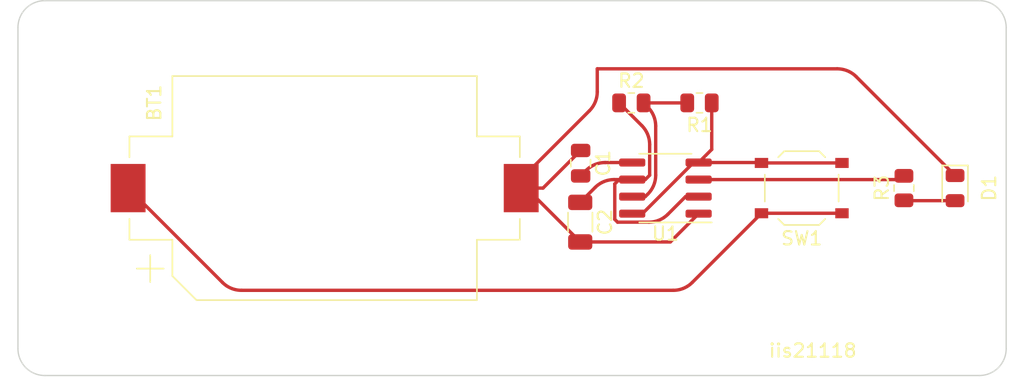
<source format=kicad_pcb>
(kicad_pcb (version 20221018) (generator pcbnew)
  (layers (0 "F.Cu" signal) (31 "B.Cu" signal) (34 "B.Paste" user) (35 "F.Paste" user) (36 "B.SilkS" user "B.Silkscreen") (37 "F.SilkS" user "F.Silkscreen") (38 "B.Mask" user) (39 "F.Mask" user) (44 "Edge.Cuts" user))
  (net 0 "")
  (net 1 "Net-(BT1-+)")
  (net 2 "GND")
  (net 3 "Net-(U1-CV)")
  (net 4 "/THRESHOLD")
  (net 5 "Net-(D1-A)")
  (net 6 "VCC")
  (net 7 "/DISCHARGE")
  (net 8 "Net-(U1-Q)")
  (footprint "MountingHole:MountingHole_3.2mm_M3" (layer "F.Cu") (at 157.48 106.68)
    (fp_text reference "H4" hide)
    (fp_text value "MountingHole")
    (pad "" np_thru_hole circle (at 0 0) (size 3.2 3.2) (drill 3.2) (layers "*.Cu" "*.Mask"))
  )
  (footprint "Capacitor_SMD:C_1206_3216Metric" (layer "F.Cu") (at 129.54 99.06 -90)
    (fp_text reference "C2" (at 0 -1.85 90) (layer "F.SilkS"))
    (fp_text value "C")
    (fp_line (start -0.711252 -0.91) (end 0.711252 -0.91) (stroke (width 0.12)) (layer "F.SilkS"))
    (fp_line (start -0.711252 0.91) (end 0.711252 0.91) (stroke (width 0.12)) (layer "F.SilkS"))
    (pad "1" smd roundrect (at -1.475 0 270) (size 1.15 1.8) (layers "F.Cu" "F.Paste" "F.Mask") (roundrect_rratio 0.2173913043) (net 4 "/THRESHOLD"))
    (pad "2" smd roundrect (at 1.475 0 270) (size 1.15 1.8) (layers "F.Cu" "F.Paste" "F.Mask") (roundrect_rratio 0.2173913043) (net 2 "GND"))
  )
  (footprint "Resistor_SMD:R_0805_2012Metric" (layer "F.Cu") (at 133.35 90.17)
    (fp_text reference "R2" (at 0 -1.65) (layer "F.SilkS"))
    (fp_text value "43K")
    (fp_line (start -0.227064 -0.735) (end 0.227064 -0.735) (stroke (width 0.12)) (layer "F.SilkS"))
    (fp_line (start -0.227064 0.735) (end 0.227064 0.735) (stroke (width 0.12)) (layer "F.SilkS"))
    (pad "1" smd roundrect (at -0.9125 0) (size 1.025 1.4) (layers "F.Cu" "F.Paste" "F.Mask") (roundrect_rratio 0.243902439) (net 4 "/THRESHOLD"))
    (pad "2" smd roundrect (at 0.9125 0) (size 1.025 1.4) (layers "F.Cu" "F.Paste" "F.Mask") (roundrect_rratio 0.243902439) (net 7 "/DISCHARGE"))
  )
  (footprint "MountingHole:MountingHole_3.2mm_M3" (layer "F.Cu") (at 91.44 106.68)
    (fp_text reference "H2" hide)
    (fp_text value "MountingHole")
    (pad "" np_thru_hole circle (at 0 0) (size 3.2 3.2) (drill 3.2) (layers "*.Cu" "*.Mask"))
  )
  (footprint "Resistor_SMD:R_0805_2012Metric" (layer "F.Cu") (at 138.43 90.17 180)
    (fp_text reference "R1" (at 0 -1.65) (layer "F.SilkS"))
    (fp_text value "1K")
    (fp_line (start -0.227064 -0.735) (end 0.227064 -0.735) (stroke (width 0.12)) (layer "F.SilkS"))
    (fp_line (start -0.227064 0.735) (end 0.227064 0.735) (stroke (width 0.12)) (layer "F.SilkS"))
    (pad "1" smd roundrect (at -0.9125 0 180) (size 1.025 1.4) (layers "F.Cu" "F.Paste" "F.Mask") (roundrect_rratio 0.243902439) (net 6 "VCC"))
    (pad "2" smd roundrect (at 0.9125 0 180) (size 1.025 1.4) (layers "F.Cu" "F.Paste" "F.Mask") (roundrect_rratio 0.243902439) (net 7 "/DISCHARGE"))
  )
  (footprint "Capacitor_SMD:C_0805_2012Metric" (layer "F.Cu") (at 129.571441 94.664985 -90)
    (fp_text reference "C1" (at 0 -1.68 90) (layer "F.SilkS"))
    (fp_text value "10nF")
    (fp_line (start -0.261252 -0.735) (end 0.261252 -0.735) (stroke (width 0.12)) (layer "F.SilkS"))
    (fp_line (start -0.261252 0.735) (end 0.261252 0.735) (stroke (width 0.12)) (layer "F.SilkS"))
    (pad "1" smd roundrect (at -0.95 0 270) (size 1 1.45) (layers "F.Cu" "F.Paste" "F.Mask") (net 2 "GND"))
    (pad "2" smd roundrect (at 0.95 0 270) (size 1 1.45) (layers "F.Cu" "F.Paste" "F.Mask") (net 3 "Net-(U1-CV)"))
  )
  (footprint "LED_SMD:LED_0805_2012Metric" (layer "F.Cu") (at 157.48 96.52 -90)
    (fp_text reference "D1" (at 0 -2.54 90) (layer "F.SilkS"))
    (fp_text value "LED")
    (fp_line (start -1.685 -0.96) (end -1.685 0.96) (stroke (width 0.12)) (layer "F.SilkS"))
    (fp_line (start -1.685 0.96) (end 1 0.96) (stroke (width 0.12)) (layer "F.SilkS"))
    (fp_line (start 1 -0.96) (end -1.685 -0.96) (stroke (width 0.12)) (layer "F.SilkS"))
    (pad "1" smd roundrect (at -0.9375 0 270) (size 0.975 1.4) (layers "F.Cu" "F.Paste" "F.Mask") (net 2 "GND"))
    (pad "2" smd roundrect (at 0.9375 0 270) (size 0.975 1.4) (layers "F.Cu" "F.Paste" "F.Mask") (net 5 "Net-(D1-A)"))
  )
  (footprint "Button_Switch_SMD:SW_Push_1P1T_XKB_TS-1187A" (layer "F.Cu") (at 146.05 96.52 180)
    (fp_text reference "SW1" (at 0 -3.75) (layer "F.SilkS"))
    (fp_text value "Enable")
    (fp_line (start -2.75 -1) (end -2.75 1) (stroke (width 0.12)) (layer "F.SilkS"))
    (fp_line (start -1.75 -2.3) (end -1.3 -2.75) (stroke (width 0.12)) (layer "F.SilkS"))
    (fp_line (start -1.75 2.3) (end -1.3 2.75) (stroke (width 0.12)) (layer "F.SilkS"))
    (fp_line (start -1.3 -2.75) (end 1.3 -2.75) (stroke (width 0.12)) (layer "F.SilkS"))
    (fp_line (start -1.3 2.75) (end 1.3 2.75) (stroke (width 0.12)) (layer "F.SilkS"))
    (fp_line (start 1.75 -2.3) (end 1.3 -2.75) (stroke (width 0.12)) (layer "F.SilkS"))
    (fp_line (start 1.75 2.3) (end 1.3 2.75) (stroke (width 0.12)) (layer "F.SilkS"))
    (fp_line (start 2.75 -1) (end 2.75 1) (stroke (width 0.12)) (layer "F.SilkS"))
    (pad "1" smd rect (at -3 -1.875 180) (size 1 0.75) (layers "F.Cu" "F.Paste" "F.Mask") (net 1 "Net-(BT1-+)"))
    (pad "1" smd rect (at 3 -1.875 180) (size 1 0.75) (layers "F.Cu" "F.Paste" "F.Mask") (net 1 "Net-(BT1-+)"))
    (pad "2" smd rect (at -3 1.875 180) (size 1 0.75) (layers "F.Cu" "F.Paste" "F.Mask") (net 6 "VCC"))
    (pad "2" smd rect (at 3 1.875 180) (size 1 0.75) (layers "F.Cu" "F.Paste" "F.Mask") (net 6 "VCC"))
  )
  (footprint "Package_SO:SOIC-8_3.9x4.9mm_P1.27mm" (layer "F.Cu") (at 135.89 96.52 180)
    (fp_text reference "U1" (at 0 -3.4) (layer "F.SilkS"))
    (fp_text value "NE555D")
    (fp_line (start 0 -2.56) (end -3.45 -2.56) (stroke (width 0.12)) (layer "F.SilkS"))
    (fp_line (start 0 -2.56) (end 1.95 -2.56) (stroke (width 0.12)) (layer "F.SilkS"))
    (fp_line (start 0 2.56) (end -1.95 2.56) (stroke (width 0.12)) (layer "F.SilkS"))
    (fp_line (start 0 2.56) (end 1.95 2.56) (stroke (width 0.12)) (layer "F.SilkS"))
    (pad "1" smd roundrect (at -2.475 -1.905 180) (size 1.95 0.6) (layers "F.Cu" "F.Paste" "F.Mask") (net 2 "GND"))
    (pad "2" smd roundrect (at -2.475 -0.635 180) (size 1.95 0.6) (layers "F.Cu" "F.Paste" "F.Mask") (net 4 "/THRESHOLD"))
    (pad "3" smd roundrect (at -2.475 0.635 180) (size 1.95 0.6) (layers "F.Cu" "F.Paste" "F.Mask") (net 8 "Net-(U1-Q)"))
    (pad "4" smd roundrect (at -2.475 1.905 180) (size 1.95 0.6) (layers "F.Cu" "F.Paste" "F.Mask") (net 6 "VCC"))
    (pad "5" smd roundrect (at 2.475 1.905 180) (size 1.95 0.6) (layers "F.Cu" "F.Paste" "F.Mask") (net 3 "Net-(U1-CV)"))
    (pad "6" smd roundrect (at 2.475 0.635 180) (size 1.95 0.6) (layers "F.Cu" "F.Paste" "F.Mask") (net 4 "/THRESHOLD"))
    (pad "7" smd roundrect (at 2.475 -0.635 180) (size 1.95 0.6) (layers "F.Cu" "F.Paste" "F.Mask") (net 7 "/DISCHARGE"))
    (pad "8" smd roundrect (at 2.475 -1.905 180) (size 1.95 0.6) (layers "F.Cu" "F.Paste" "F.Mask") (net 6 "VCC"))
  )
  (footprint "Resistor_SMD:R_0805_2012Metric" (layer "F.Cu") (at 153.67 96.52 90)
    (fp_text reference "R3" (at 0 -1.65 90) (layer "F.SilkS"))
    (fp_text value "51R")
    (fp_line (start -0.227064 -0.735) (end 0.227064 -0.735) (stroke (width 0.12)) (layer "F.SilkS"))
    (fp_line (start -0.227064 0.735) (end 0.227064 0.735) (stroke (width 0.12)) (layer "F.SilkS"))
    (pad "1" smd roundrect (at -0.9125 0 90) (size 1.025 1.4) (layers "F.Cu" "F.Paste" "F.Mask") (roundrect_rratio 0.243902439) (net 5 "Net-(D1-A)"))
    (pad "2" smd roundrect (at 0.9125 0 90) (size 1.025 1.4) (layers "F.Cu" "F.Paste" "F.Mask") (roundrect_rratio 0.243902439) (net 8 "Net-(U1-Q)"))
  )
  (footprint "MountingHole:MountingHole_3.2mm_M3" (layer "F.Cu") (at 157.48 86.36)
    (fp_text reference "H3" hide)
    (fp_text value "MountingHole")
    (pad "" np_thru_hole circle (at 0 0) (size 3.2 3.2) (drill 3.2) (layers "*.Cu" "*.Mask"))
  )
  (footprint "Battery:BatteryHolder_Keystone_1060_1x2032" (layer "F.Cu") (at 110.49 96.52)
    (fp_text reference "BT1" (at -12.7 -6.35 -90) (layer "F.SilkS"))
    (fp_text value "CR2032")
    (fp_line (start -14.55 -3.85) (end -14.55 -2.3) (stroke (width 0.12)) (layer "F.SilkS"))
    (fp_line (start -14.55 3.85) (end -14.55 2.3) (stroke (width 0.12)) (layer "F.SilkS"))
    (fp_line (start -13 5) (end -13 7) (stroke (width 0.12)) (layer "F.SilkS"))
    (fp_line (start -12 6) (end -14 6) (stroke (width 0.12)) (layer "F.SilkS"))
    (fp_line (start -11.35 -8.35) (end -11.35 -3.85) (stroke (width 0.12)) (layer "F.SilkS"))
    (fp_line (start -11.35 -8.35) (end 11.35 -8.35) (stroke (width 0.12)) (layer "F.SilkS"))
    (fp_line (start -11.35 -3.85) (end -14.55 -3.85) (stroke (width 0.12)) (layer "F.SilkS"))
    (fp_line (start -11.35 3.85) (end -14.55 3.85) (stroke (width 0.12)) (layer "F.SilkS"))
    (fp_line (start -11.35 6.55) (end -11.35 3.85) (stroke (width 0.12)) (layer "F.SilkS"))
    (fp_line (start -9.55 8.35) (end -11.35 6.55) (stroke (width 0.12)) (layer "F.SilkS"))
    (fp_line (start 11.35 -8.35) (end 11.35 -3.85) (stroke (width 0.12)) (layer "F.SilkS"))
    (fp_line (start 11.35 -3.85) (end 14.55 -3.85) (stroke (width 0.12)) (layer "F.SilkS"))
    (fp_line (start 11.35 3.85) (end 14.55 3.85) (stroke (width 0.12)) (layer "F.SilkS"))
    (fp_line (start 11.35 8.35) (end -9.55 8.35) (stroke (width 0.12)) (layer "F.SilkS"))
    (fp_line (start 11.35 8.35) (end 11.35 3.85) (stroke (width 0.12)) (layer "F.SilkS"))
    (fp_line (start 14.55 -3.85) (end 14.55 -2.3) (stroke (width 0.12)) (layer "F.SilkS"))
    (fp_line (start 14.55 3.85) (end 14.55 2.3) (stroke (width 0.12)) (layer "F.SilkS"))
    (pad "1" smd rect (at -14.65 0 180) (size 2.6 3.6) (layers "F.Cu" "F.Paste" "F.Mask") (net 1 "Net-(BT1-+)"))
    (pad "2" smd rect (at 14.65 0 180) (size 2.6 3.6) (layers "F.Cu" "F.Paste" "F.Mask") (net 2 "GND"))
  )
  (footprint "MountingHole:MountingHole_3.2mm_M3" (layer "F.Cu") (at 91.44 86.36)
    (fp_text reference "H1" hide)
    (fp_text value "MountingHole")
    (pad "" np_thru_hole circle (at 0 0) (size 3.2 3.2) (drill 3.2) (layers "*.Cu" "*.Mask"))
  )
  (gr_line (start 87.63 108.49) (end 87.63 84.55) (stroke (width 0.1)) (layer "Edge.Cuts"))
  (gr_arc (start 161.29 108.49) (mid 160.704214 109.904214) (end 159.29 110.49) (stroke (width 0.1)) (layer "Edge.Cuts"))
  (gr_arc (start 89.63 110.49) (mid 88.215786 109.904214) (end 87.63 108.49) (stroke (width 0.1)) (layer "Edge.Cuts"))
  (gr_arc (start 159.29 82.55) (mid 160.704214 83.135786) (end 161.29 84.55) (stroke (width 0.1)) (layer "Edge.Cuts"))
  (gr_line (start 89.63 82.55) (end 159.29 82.55) (stroke (width 0.1)) (layer "Edge.Cuts"))
  (gr_line (start 159.29 110.49) (end 89.63 110.49) (stroke (width 0.1)) (layer "Edge.Cuts"))
  (gr_line (start 161.29 84.55) (end 161.29 108.49) (stroke (width 0.1)) (layer "Edge.Cuts"))
  (gr_arc (start 87.63 84.55) (mid 88.215786 83.135786) (end 89.63 82.55) (stroke (width 0.1)) (layer "Edge.Cuts"))
  (gr_text "iis21118" (at 143.51 109.22) (layer "F.SilkS") (effects (font (size 1 1)) (justify left bottom)))
  (segment (start 104.288427 104.14) (end 136.476573 104.14) (width 0.25) (layer "F.Cu") (net 1))
  (segment (start 137.890787 103.554213) (end 143.05 98.395) (width 0.25) (layer "F.Cu") (net 1))
  (segment (start 95.84 96.52) (end 102.874214 103.554214) (width 0.25) (layer "F.Cu") (net 1))
  (segment (start 143.05 98.395) (end 149.05 98.395) (width 0.25) (layer "F.Cu") (net 1))
  (arc (start 102.874214 103.554214) (mid 103.52306 103.987759) (end 104.288427 104.14) (width 0.25) (layer "F.Cu") (net 1))
  (arc (start 137.890787 103.554213) (mid 137.24194 103.987759) (end 136.476573 104.14) (width 0.25) (layer "F.Cu") (net 1))
  (segment (start 125.14 96.52) (end 125.14 95.84) (width 0.25) (layer "F.Cu") (net 2))
  (segment (start 150.113287 88.215787) (end 157.48 95.5825) (width 0.25) (layer "F.Cu") (net 2))
  (segment (start 125.525 96.52) (end 129.54 100.535) (width 0.25) (layer "F.Cu") (net 2))
  (segment (start 125.14 96.52) (end 126.766426 96.52) (width 0.25) (layer "F.Cu") (net 2))
  (segment (start 136.255 100.535) (end 138.365 98.425) (width 0.25) (layer "F.Cu") (net 2))
  (segment (start 130.81 89.341573) (end 130.81 87.63) (width 0.25) (layer "F.Cu") (net 2))
  (segment (start 126.766426 96.52) (end 129.571441 93.714985) (width 0.25) (layer "F.Cu") (net 2))
  (segment (start 129.54 100.535) (end 136.255 100.535) (width 0.25) (layer "F.Cu") (net 2))
  (segment (start 125.14 95.84) (end 130.224214 90.755786) (width 0.25) (layer "F.Cu") (net 2))
  (segment (start 125.14 96.52) (end 125.525 96.52) (width 0.25) (layer "F.Cu") (net 2))
  (segment (start 130.81 87.63) (end 148.699073 87.63) (width 0.25) (layer "F.Cu") (net 2))
  (arc (start 130.224214 90.755786) (mid 130.657759 90.10694) (end 130.81 89.341573) (width 0.25) (layer "F.Cu") (net 2))
  (arc (start 150.113287 88.215787) (mid 149.46444 87.782241) (end 148.699073 87.63) (width 0.25) (layer "F.Cu") (net 2))
  (segment (start 129.571441 95.614985) (end 129.98564 95.200786) (width 0.25) (layer "F.Cu") (net 3))
  (segment (start 131.399853 94.615) (end 133.415 94.615) (width 0.25) (layer "F.Cu") (net 3))
  (arc (start 129.98564 95.200786) (mid 130.634486 94.767241) (end 131.399853 94.615) (width 0.25) (layer "F.Cu") (net 3))
  (segment (start 134.129213 95.740787) (end 133.985 95.885) (width 0.25) (layer "F.Cu") (net 4))
  (segment (start 134.389999 95.885) (end 134.715 95.559999) (width 0.25) (layer "F.Cu") (net 4))
  (segment (start 132.440001 95.885) (end 132.115 96.210001) (width 0.25) (layer "F.Cu") (net 4))
  (segment (start 134.129213 91.861713) (end 132.4375 90.17) (width 0.25) (layer "F.Cu") (net 4))
  (segment (start 133.985 95.885) (end 133.415 95.885) (width 0.25) (layer "F.Cu") (net 4))
  (segment (start 132.115 98.85) (end 132.325 99.06) (width 0.25) (layer "F.Cu") (net 4))
  (segment (start 132.115 96.210001) (end 132.115 98.85) (width 0.25) (layer "F.Cu") (net 4))
  (segment (start 134.715 95.559999) (end 134.715 93.275927) (width 0.25) (layer "F.Cu") (net 4))
  (segment (start 132.325 99.06) (end 134.656574 99.06) (width 0.25) (layer "F.Cu") (net 4))
  (segment (start 133.415 95.885) (end 132.440001 95.885) (width 0.25) (layer "F.Cu") (net 4))
  (segment (start 137.390001 97.155) (end 138.365 97.155) (width 0.25) (layer "F.Cu") (net 4))
  (segment (start 136.070788 98.474213) (end 137.390001 97.155) (width 0.25) (layer "F.Cu") (net 4))
  (segment (start 133.415 95.885) (end 134.389999 95.885) (width 0.25) (layer "F.Cu") (net 4))
  (segment (start 129.54 97.585) (end 130.654214 96.470786) (width 0.25) (layer "F.Cu") (net 4))
  (segment (start 132.068427 95.885) (end 133.415 95.885) (width 0.25) (layer "F.Cu") (net 4))
  (arc (start 132.068427 95.885) (mid 131.30306 96.037241) (end 130.654214 96.470786) (width 0.25) (layer "F.Cu") (net 4))
  (arc (start 134.129213 91.861713) (mid 134.562759 92.51056) (end 134.715 93.275927) (width 0.25) (layer "F.Cu") (net 4))
  (arc (start 136.070788 98.474213) (mid 135.421941 98.907759) (end 134.656574 99.06) (width 0.25) (layer "F.Cu") (net 4))
  (segment (start 157.48 97.4575) (end 153.695 97.4575) (width 0.25) (layer "F.Cu") (net 5))
  (segment (start 157.455 97.4325) (end 157.48 97.4575) (width 0.25) (layer "F.Cu") (net 5))
  (segment (start 153.695 97.4575) (end 153.67 97.4325) (width 0.25) (layer "F.Cu") (net 5))
  (segment (start 134.174092 98.425) (end 137.984092 94.615) (width 0.25) (layer "F.Cu") (net 6))
  (segment (start 138.365 94.615) (end 143.02 94.615) (width 0.25) (layer "F.Cu") (net 6))
  (segment (start 139.3425 93.6375) (end 138.365 94.615) (width 0.25) (layer "F.Cu") (net 6))
  (segment (start 139.3425 90.17) (end 139.3425 93.6375) (width 0.25) (layer "F.Cu") (net 6))
  (segment (start 137.984092 94.615) (end 138.365 94.615) (width 0.25) (layer "F.Cu") (net 6))
  (segment (start 143.02 94.615) (end 143.05 94.645) (width 0.25) (layer "F.Cu") (net 6))
  (segment (start 133.415 98.425) (end 134.174092 98.425) (width 0.25) (layer "F.Cu") (net 6))
  (segment (start 143.05 94.645) (end 149.05 94.645) (width 0.25) (layer "F.Cu") (net 6))
  (segment (start 135.165 91.900927) (end 135.165 95.551572) (width 0.25) (layer "F.Cu") (net 7))
  (segment (start 134.579213 96.965786) (end 134.389999 97.155) (width 0.25) (layer "F.Cu") (net 7))
  (segment (start 134.389999 97.155) (end 133.415 97.155) (width 0.25) (layer "F.Cu") (net 7))
  (segment (start 134.2625 90.17) (end 134.579214 90.486714) (width 0.25) (layer "F.Cu") (net 7))
  (segment (start 134.2625 90.17) (end 137.5175 90.17) (width 0.25) (layer "F.Cu") (net 7))
  (arc (start 134.579213 96.965786) (mid 135.012759 96.316939) (end 135.165 95.551572) (width 0.25) (layer "F.Cu") (net 7))
  (arc (start 134.579214 90.486714) (mid 135.012759 91.13556) (end 135.165 91.900927) (width 0.25) (layer "F.Cu") (net 7))
  (segment (start 153.3925 95.885) (end 153.67 95.6075) (width 0.25) (layer "F.Cu") (net 8))
  (segment (start 138.365 95.885) (end 153.3925 95.885) (width 0.25) (layer "F.Cu") (net 8))
)
</source>
